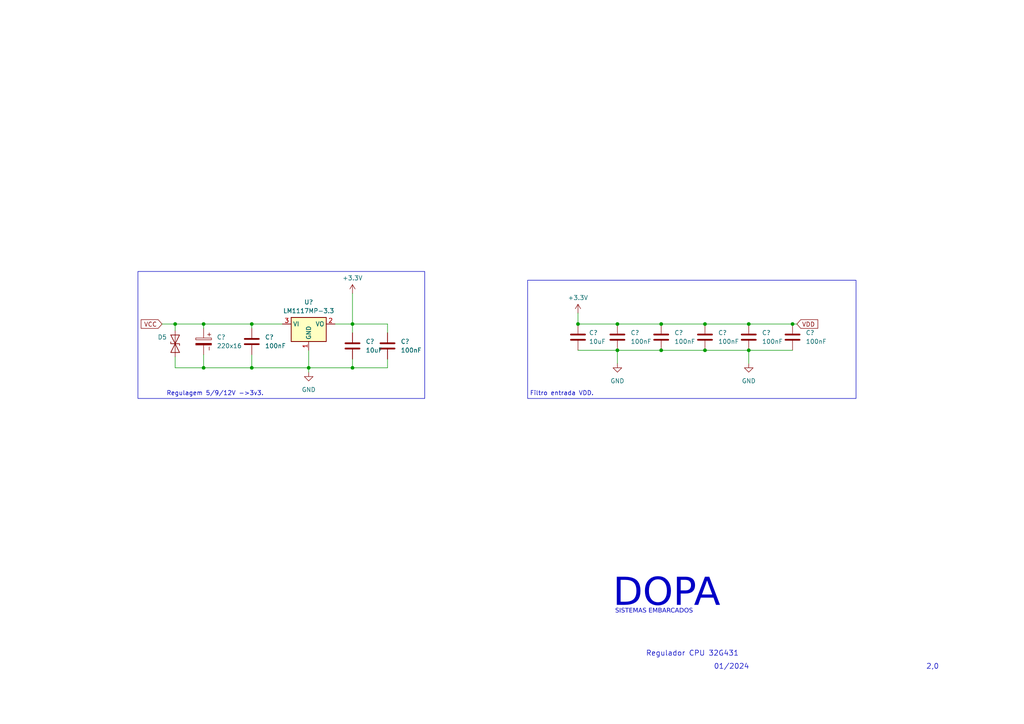
<source format=kicad_sch>
(kicad_sch (version 20230121) (generator eeschema)

  (uuid 1c25a59a-fd23-4c2c-a06c-79f45d9cfda7)

  (paper "A4")

  (lib_symbols
    (symbol "Diode:SMAJ6.5CA" (pin_numbers hide) (pin_names (offset 1.016) hide) (in_bom yes) (on_board yes)
      (property "Reference" "D" (at 0 2.54 0)
        (effects (font (size 1.27 1.27)))
      )
      (property "Value" "SMAJ6.5CA" (at 0 -2.54 0)
        (effects (font (size 1.27 1.27)))
      )
      (property "Footprint" "Diode_SMD:D_SMA" (at 0 -5.08 0)
        (effects (font (size 1.27 1.27)) hide)
      )
      (property "Datasheet" "https://www.littelfuse.com/media?resourcetype=datasheets&itemid=75e32973-b177-4ee3-a0ff-cedaf1abdb93&filename=smaj-datasheet" (at 0 0 0)
        (effects (font (size 1.27 1.27)) hide)
      )
      (property "ki_keywords" "bidirectional diode TVS voltage suppressor" (at 0 0 0)
        (effects (font (size 1.27 1.27)) hide)
      )
      (property "ki_description" "400W bidirectional Transient Voltage Suppressor, 6.5Vr, SMA(DO-214AC)" (at 0 0 0)
        (effects (font (size 1.27 1.27)) hide)
      )
      (property "ki_fp_filters" "D*SMA*" (at 0 0 0)
        (effects (font (size 1.27 1.27)) hide)
      )
      (symbol "SMAJ6.5CA_0_1"
        (polyline
          (pts
            (xy 1.27 0)
            (xy -1.27 0)
          )
          (stroke (width 0) (type default))
          (fill (type none))
        )
        (polyline
          (pts
            (xy -2.54 -1.27)
            (xy 0 0)
            (xy -2.54 1.27)
            (xy -2.54 -1.27)
          )
          (stroke (width 0.2032) (type default))
          (fill (type none))
        )
        (polyline
          (pts
            (xy 0.508 1.27)
            (xy 0 1.27)
            (xy 0 -1.27)
            (xy -0.508 -1.27)
          )
          (stroke (width 0.2032) (type default))
          (fill (type none))
        )
        (polyline
          (pts
            (xy 2.54 1.27)
            (xy 2.54 -1.27)
            (xy 0 0)
            (xy 2.54 1.27)
          )
          (stroke (width 0.2032) (type default))
          (fill (type none))
        )
      )
      (symbol "SMAJ6.5CA_1_1"
        (pin passive line (at -3.81 0 0) (length 2.54)
          (name "A1" (effects (font (size 1.27 1.27))))
          (number "1" (effects (font (size 1.27 1.27))))
        )
        (pin passive line (at 3.81 0 180) (length 2.54)
          (name "A2" (effects (font (size 1.27 1.27))))
          (number "2" (effects (font (size 1.27 1.27))))
        )
      )
    )
    (symbol "PCM_Capacitor_AKL:C_0805" (pin_numbers hide) (pin_names (offset 0.254)) (in_bom yes) (on_board yes)
      (property "Reference" "C" (at 0.635 2.54 0)
        (effects (font (size 1.27 1.27)) (justify left))
      )
      (property "Value" "C_0805" (at 0.635 -2.54 0)
        (effects (font (size 1.27 1.27)) (justify left))
      )
      (property "Footprint" "Capacitor_SMD_AKL:C_0805_2012Metric" (at 0.9652 -3.81 0)
        (effects (font (size 1.27 1.27)) hide)
      )
      (property "Datasheet" "~" (at 0 0 0)
        (effects (font (size 1.27 1.27)) hide)
      )
      (property "ki_keywords" "cap capacitor ceramic chip mlcc smd 0805" (at 0 0 0)
        (effects (font (size 1.27 1.27)) hide)
      )
      (property "ki_description" "SMD 0805 MLCC capacitor, Alternate KiCad Library" (at 0 0 0)
        (effects (font (size 1.27 1.27)) hide)
      )
      (property "ki_fp_filters" "C_*" (at 0 0 0)
        (effects (font (size 1.27 1.27)) hide)
      )
      (symbol "C_0805_0_1"
        (polyline
          (pts
            (xy -2.032 -0.762)
            (xy 2.032 -0.762)
          )
          (stroke (width 0.508) (type default))
          (fill (type none))
        )
        (polyline
          (pts
            (xy -2.032 0.762)
            (xy 2.032 0.762)
          )
          (stroke (width 0.508) (type default))
          (fill (type none))
        )
      )
      (symbol "C_0805_1_1"
        (pin passive line (at 0 3.81 270) (length 2.794)
          (name "~" (effects (font (size 1.27 1.27))))
          (number "1" (effects (font (size 1.27 1.27))))
        )
        (pin passive line (at 0 -3.81 90) (length 2.794)
          (name "~" (effects (font (size 1.27 1.27))))
          (number "2" (effects (font (size 1.27 1.27))))
        )
      )
    )
    (symbol "PCM_SL_Devices:Capacitor_PO" (in_bom yes) (on_board yes)
      (property "Reference" "C" (at 0 7.62 0)
        (effects (font (size 1.27 1.27)))
      )
      (property "Value" "Capacitor_PO" (at 0 5.08 0)
        (effects (font (size 1.27 1.27)))
      )
      (property "Footprint" "Capacitor_THT:CP_Radial_D5.0mm_P2.50mm" (at 0.762 -3.81 0)
        (effects (font (size 1.27 1.27)) hide)
      )
      (property "Datasheet" "" (at 0.508 0 0)
        (effects (font (size 1.27 1.27)) hide)
      )
      (property "ki_keywords" "Capacitor" (at 0 0 0)
        (effects (font (size 1.27 1.27)) hide)
      )
      (property "ki_description" "Polarized Capacitor" (at 0 0 0)
        (effects (font (size 1.27 1.27)) hide)
      )
      (property "ki_fp_filters" "Capacitor_THT:CP_Radial_D5.0mm_* Capacitor_THT:CP_Radial_D4.0mm_* Capacitor_THT:CP_Radial_D6.3mm_* Capacitor_THT:CP_Radial_D7.5mm_* Capacitor_THT:CP_Radial_D8.0mm_* Capacitor_THT:CP_Radial_D10.0mm_* Capacitor_THT:CP_Radial_D14.0mm_* Capacitor_THT:CP_Radial_D16.0mm_* Capacitor_THT:CP_Radial_D18.0mm_*" (at 0 0 0)
        (effects (font (size 1.27 1.27)) hide)
      )
      (symbol "Capacitor_PO_0_0"
        (text "+" (at -2.032 1.524 0)
          (effects (font (size 1.27 1.27)))
        )
        (text "-" (at 2.032 1.524 0)
          (effects (font (size 1.27 1.27)))
        )
      )
      (symbol "Capacitor_PO_0_1"
        (rectangle (start -1.016 -2.286) (end -0.508 2.286)
          (stroke (width 0) (type default))
          (fill (type none))
        )
        (rectangle (start 0.508 -2.286) (end 1.016 2.286)
          (stroke (width 0) (type default))
          (fill (type outline))
        )
      )
      (symbol "Capacitor_PO_1_1"
        (pin passive line (at -3.81 0 0) (length 2.7)
          (name "~" (effects (font (size 0 0))))
          (number "1" (effects (font (size 0 0))))
        )
        (pin input line (at 3.81 0 180) (length 2.7)
          (name "~" (effects (font (size 0 0))))
          (number "2" (effects (font (size 0 0))))
        )
      )
    )
    (symbol "Regulator_Linear:LM1117MP-3.3" (in_bom yes) (on_board yes)
      (property "Reference" "U" (at -3.81 3.175 0)
        (effects (font (size 1.27 1.27)))
      )
      (property "Value" "LM1117MP-3.3" (at 0 3.175 0)
        (effects (font (size 1.27 1.27)) (justify left))
      )
      (property "Footprint" "Package_TO_SOT_SMD:SOT-223-3_TabPin2" (at 0 0 0)
        (effects (font (size 1.27 1.27)) hide)
      )
      (property "Datasheet" "http://www.ti.com/lit/ds/symlink/lm1117.pdf" (at 0 0 0)
        (effects (font (size 1.27 1.27)) hide)
      )
      (property "ki_keywords" "linear regulator ldo fixed positive" (at 0 0 0)
        (effects (font (size 1.27 1.27)) hide)
      )
      (property "ki_description" "800mA Low-Dropout Linear Regulator, 3.3V fixed output, SOT-223" (at 0 0 0)
        (effects (font (size 1.27 1.27)) hide)
      )
      (property "ki_fp_filters" "SOT?223*" (at 0 0 0)
        (effects (font (size 1.27 1.27)) hide)
      )
      (symbol "LM1117MP-3.3_0_1"
        (rectangle (start -5.08 -5.08) (end 5.08 1.905)
          (stroke (width 0.254) (type default))
          (fill (type background))
        )
      )
      (symbol "LM1117MP-3.3_1_1"
        (pin power_in line (at 0 -7.62 90) (length 2.54)
          (name "GND" (effects (font (size 1.27 1.27))))
          (number "1" (effects (font (size 1.27 1.27))))
        )
        (pin power_out line (at 7.62 0 180) (length 2.54)
          (name "VO" (effects (font (size 1.27 1.27))))
          (number "2" (effects (font (size 1.27 1.27))))
        )
        (pin power_in line (at -7.62 0 0) (length 2.54)
          (name "VI" (effects (font (size 1.27 1.27))))
          (number "3" (effects (font (size 1.27 1.27))))
        )
      )
    )
    (symbol "power:+3.3V" (power) (pin_names (offset 0)) (in_bom yes) (on_board yes)
      (property "Reference" "#PWR" (at 0 -3.81 0)
        (effects (font (size 1.27 1.27)) hide)
      )
      (property "Value" "+3.3V" (at 0 3.556 0)
        (effects (font (size 1.27 1.27)))
      )
      (property "Footprint" "" (at 0 0 0)
        (effects (font (size 1.27 1.27)) hide)
      )
      (property "Datasheet" "" (at 0 0 0)
        (effects (font (size 1.27 1.27)) hide)
      )
      (property "ki_keywords" "global power" (at 0 0 0)
        (effects (font (size 1.27 1.27)) hide)
      )
      (property "ki_description" "Power symbol creates a global label with name \"+3.3V\"" (at 0 0 0)
        (effects (font (size 1.27 1.27)) hide)
      )
      (symbol "+3.3V_0_1"
        (polyline
          (pts
            (xy -0.762 1.27)
            (xy 0 2.54)
          )
          (stroke (width 0) (type default))
          (fill (type none))
        )
        (polyline
          (pts
            (xy 0 0)
            (xy 0 2.54)
          )
          (stroke (width 0) (type default))
          (fill (type none))
        )
        (polyline
          (pts
            (xy 0 2.54)
            (xy 0.762 1.27)
          )
          (stroke (width 0) (type default))
          (fill (type none))
        )
      )
      (symbol "+3.3V_1_1"
        (pin power_in line (at 0 0 90) (length 0) hide
          (name "+3.3V" (effects (font (size 1.27 1.27))))
          (number "1" (effects (font (size 1.27 1.27))))
        )
      )
    )
    (symbol "power:GND" (power) (pin_names (offset 0)) (in_bom yes) (on_board yes)
      (property "Reference" "#PWR" (at 0 -6.35 0)
        (effects (font (size 1.27 1.27)) hide)
      )
      (property "Value" "GND" (at 0 -3.81 0)
        (effects (font (size 1.27 1.27)))
      )
      (property "Footprint" "" (at 0 0 0)
        (effects (font (size 1.27 1.27)) hide)
      )
      (property "Datasheet" "" (at 0 0 0)
        (effects (font (size 1.27 1.27)) hide)
      )
      (property "ki_keywords" "global power" (at 0 0 0)
        (effects (font (size 1.27 1.27)) hide)
      )
      (property "ki_description" "Power symbol creates a global label with name \"GND\" , ground" (at 0 0 0)
        (effects (font (size 1.27 1.27)) hide)
      )
      (symbol "GND_0_1"
        (polyline
          (pts
            (xy 0 0)
            (xy 0 -1.27)
            (xy 1.27 -1.27)
            (xy 0 -2.54)
            (xy -1.27 -1.27)
            (xy 0 -1.27)
          )
          (stroke (width 0) (type default))
          (fill (type none))
        )
      )
      (symbol "GND_1_1"
        (pin power_in line (at 0 0 270) (length 0) hide
          (name "GND" (effects (font (size 1.27 1.27))))
          (number "1" (effects (font (size 1.27 1.27))))
        )
      )
    )
  )

  (junction (at 204.47 93.98) (diameter 0) (color 0 0 0 0)
    (uuid 1793bc91-88b1-4ef3-ac77-e9af8a0e4cac)
  )
  (junction (at 179.07 93.98) (diameter 0) (color 0 0 0 0)
    (uuid 1c6b334c-448d-44fa-9a07-c0a077c51635)
  )
  (junction (at 204.47 101.6) (diameter 0) (color 0 0 0 0)
    (uuid 4ddfc3bf-3592-4392-826f-a61ef556de98)
  )
  (junction (at 229.87 93.98) (diameter 0) (color 0 0 0 0)
    (uuid 4e388ead-7a2d-44b4-b0e7-7f1923059563)
  )
  (junction (at 191.77 101.6) (diameter 0) (color 0 0 0 0)
    (uuid 5470cbe6-d0fd-4d36-b59c-8e0ecbe38c5d)
  )
  (junction (at 179.07 101.6) (diameter 0) (color 0 0 0 0)
    (uuid 57f8ed3a-59a8-4161-8508-ccefbf7b69b6)
  )
  (junction (at 167.64 93.98) (diameter 0) (color 0 0 0 0)
    (uuid 58d3461d-c5ab-41cb-bc0f-5ca05dff7eb0)
  )
  (junction (at 59.055 106.68) (diameter 0) (color 0 0 0 0)
    (uuid 5c871f8c-7cf6-4db5-a519-c79b68dc0646)
  )
  (junction (at 217.17 93.98) (diameter 0) (color 0 0 0 0)
    (uuid 6558be0d-ffe0-457c-ac8a-34c2adb7f206)
  )
  (junction (at 73.025 106.68) (diameter 0) (color 0 0 0 0)
    (uuid 74eacd2e-b755-4bf5-ad52-03a1d8093f95)
  )
  (junction (at 50.8 93.98) (diameter 0) (color 0 0 0 0)
    (uuid 7565ba1d-0e84-4de0-8bb1-e7c017a670b7)
  )
  (junction (at 217.17 101.6) (diameter 0) (color 0 0 0 0)
    (uuid 971cc7ee-4923-4dd6-b048-f92a8617393c)
  )
  (junction (at 89.535 106.68) (diameter 0) (color 0 0 0 0)
    (uuid a96abc6e-8150-4b4e-a6ff-bf3468d0ca04)
  )
  (junction (at 102.235 106.68) (diameter 0) (color 0 0 0 0)
    (uuid af8e8938-2a07-4722-ad63-a8277ba86744)
  )
  (junction (at 59.055 93.98) (diameter 0) (color 0 0 0 0)
    (uuid c1606110-3db3-4f54-ba63-effe2cb22612)
  )
  (junction (at 191.77 93.98) (diameter 0) (color 0 0 0 0)
    (uuid c41b2ed5-5049-405e-92c8-882f42da989c)
  )
  (junction (at 102.235 93.98) (diameter 0) (color 0 0 0 0)
    (uuid d0b5cafc-5aaa-45c3-be97-5943fa2d7c94)
  )
  (junction (at 73.025 93.98) (diameter 0) (color 0 0 0 0)
    (uuid f7c1adc5-21e4-4805-8e3e-453311f82b42)
  )

  (wire (pts (xy 231.14 93.98) (xy 229.87 93.98))
    (stroke (width 0) (type default))
    (uuid 01fb1834-b6f1-4167-a729-470a5279f4dd)
  )
  (wire (pts (xy 73.025 102.87) (xy 73.025 106.68))
    (stroke (width 0) (type default))
    (uuid 06072289-afda-4f2f-b770-fd448d789c29)
  )
  (wire (pts (xy 59.055 93.98) (xy 73.025 93.98))
    (stroke (width 0) (type default))
    (uuid 0935dd13-872d-4cb9-a434-b28c7a6a34f5)
  )
  (wire (pts (xy 73.025 95.25) (xy 73.025 93.98))
    (stroke (width 0) (type default))
    (uuid 0a25a932-e1b5-4b34-81ae-a467713fef1c)
  )
  (wire (pts (xy 179.07 101.6) (xy 179.07 105.41))
    (stroke (width 0) (type default))
    (uuid 0c980938-3973-40e7-9f25-e2ba2040aff6)
  )
  (wire (pts (xy 102.235 93.98) (xy 97.155 93.98))
    (stroke (width 0) (type default))
    (uuid 1768215b-68c3-4998-9ccd-0d9a1edf975b)
  )
  (wire (pts (xy 59.055 106.68) (xy 73.025 106.68))
    (stroke (width 0) (type default))
    (uuid 2ac74267-c1ab-47be-a13f-ffd7508d8145)
  )
  (wire (pts (xy 102.235 85.09) (xy 102.235 93.98))
    (stroke (width 0) (type default))
    (uuid 2e9eb5c8-b8f7-4a1c-a162-399289f3a42c)
  )
  (wire (pts (xy 73.025 106.68) (xy 89.535 106.68))
    (stroke (width 0) (type default))
    (uuid 32996600-f02b-45e6-9462-3f894ce2ed51)
  )
  (wire (pts (xy 89.535 106.68) (xy 102.235 106.68))
    (stroke (width 0) (type default))
    (uuid 380a4957-a0a3-4b70-bb87-bf2480c759c5)
  )
  (wire (pts (xy 89.535 106.68) (xy 89.535 107.95))
    (stroke (width 0) (type default))
    (uuid 38be289f-e02c-4927-9d85-8ddbb144fdd9)
  )
  (wire (pts (xy 167.64 93.98) (xy 179.07 93.98))
    (stroke (width 0) (type default))
    (uuid 40b227b1-2d8d-46c7-84d0-f1f2140008fe)
  )
  (wire (pts (xy 102.235 93.98) (xy 102.235 96.52))
    (stroke (width 0) (type default))
    (uuid 4188fbcb-d9a5-483f-930b-2c87ba76c48a)
  )
  (wire (pts (xy 73.025 93.98) (xy 81.915 93.98))
    (stroke (width 0) (type default))
    (uuid 51cd5d2d-35ef-4735-b1b7-7a1986b82c13)
  )
  (wire (pts (xy 217.17 93.98) (xy 229.87 93.98))
    (stroke (width 0) (type default))
    (uuid 571a1655-2030-4571-88de-f64d8e298e62)
  )
  (wire (pts (xy 179.07 93.98) (xy 191.77 93.98))
    (stroke (width 0) (type default))
    (uuid 5be4d1af-c6a1-4f44-858a-1a3cdb20a08d)
  )
  (wire (pts (xy 167.64 101.6) (xy 179.07 101.6))
    (stroke (width 0) (type default))
    (uuid 5f7356a8-a915-4ee8-8807-ac602100afe7)
  )
  (wire (pts (xy 217.17 101.6) (xy 229.87 101.6))
    (stroke (width 0) (type default))
    (uuid 6f8f067d-e83d-4f3d-a02c-51f8686c2e54)
  )
  (wire (pts (xy 102.235 106.68) (xy 112.395 106.68))
    (stroke (width 0) (type default))
    (uuid 78168834-1cfb-44d3-87ee-2614288e7450)
  )
  (wire (pts (xy 50.8 103.505) (xy 50.8 106.68))
    (stroke (width 0) (type default))
    (uuid 9e5b3c17-aaf0-4471-8bbe-a47e95256bb6)
  )
  (wire (pts (xy 46.99 93.98) (xy 50.8 93.98))
    (stroke (width 0) (type default))
    (uuid a83ddea0-5481-4e47-b9a9-e2247091b5fc)
  )
  (wire (pts (xy 191.77 93.98) (xy 204.47 93.98))
    (stroke (width 0) (type default))
    (uuid b20ed20e-125c-43c4-9647-efb97aedf327)
  )
  (wire (pts (xy 59.055 95.25) (xy 59.055 93.98))
    (stroke (width 0) (type default))
    (uuid b8d00837-f518-461b-8a37-b26fdebab792)
  )
  (wire (pts (xy 102.235 104.14) (xy 102.235 106.68))
    (stroke (width 0) (type default))
    (uuid bb5d90f7-ffab-46fb-bfb4-373b4540b701)
  )
  (wire (pts (xy 102.235 93.98) (xy 112.395 93.98))
    (stroke (width 0) (type default))
    (uuid be0e7e3e-8505-4cb2-806a-11179680a1aa)
  )
  (wire (pts (xy 179.07 101.6) (xy 191.77 101.6))
    (stroke (width 0) (type default))
    (uuid bf6d6568-3b30-4559-bee4-2958033d121f)
  )
  (wire (pts (xy 204.47 93.98) (xy 217.17 93.98))
    (stroke (width 0) (type default))
    (uuid c14660ff-07a6-4980-90e8-85baaa597bf2)
  )
  (wire (pts (xy 50.8 93.98) (xy 59.055 93.98))
    (stroke (width 0) (type default))
    (uuid c329aa69-125c-47a5-aaaa-50d52d67060a)
  )
  (wire (pts (xy 112.395 93.98) (xy 112.395 96.52))
    (stroke (width 0) (type default))
    (uuid c434b9c0-3970-428f-a51d-91f578a84e81)
  )
  (wire (pts (xy 89.535 101.6) (xy 89.535 106.68))
    (stroke (width 0) (type default))
    (uuid c7381b46-2f79-49e5-b903-b6bbf958bfd2)
  )
  (wire (pts (xy 191.77 101.6) (xy 204.47 101.6))
    (stroke (width 0) (type default))
    (uuid c782f84b-5c5b-486b-bbb2-742784c561d3)
  )
  (wire (pts (xy 50.8 93.98) (xy 50.8 95.885))
    (stroke (width 0) (type default))
    (uuid c830f45e-ab9e-4854-9a5d-b451ae664bf4)
  )
  (wire (pts (xy 167.64 90.805) (xy 167.64 93.98))
    (stroke (width 0) (type default))
    (uuid c9d8ac8a-b8d4-4307-978f-9dac2f17b766)
  )
  (wire (pts (xy 112.395 104.14) (xy 112.395 106.68))
    (stroke (width 0) (type default))
    (uuid cb8e4fc6-6881-48eb-ab9e-53441119ce8b)
  )
  (wire (pts (xy 59.055 102.87) (xy 59.055 106.68))
    (stroke (width 0) (type default))
    (uuid cd52f55c-ea5d-44bc-b3d7-0366f808f6b4)
  )
  (wire (pts (xy 50.8 106.68) (xy 59.055 106.68))
    (stroke (width 0) (type default))
    (uuid cdc13bdb-149c-409c-8621-358a6417b438)
  )
  (wire (pts (xy 217.17 101.6) (xy 217.17 105.41))
    (stroke (width 0) (type default))
    (uuid dab728b4-100e-42d8-98f7-ef4b537f3d53)
  )
  (wire (pts (xy 204.47 101.6) (xy 217.17 101.6))
    (stroke (width 0) (type default))
    (uuid f16e6d76-a57b-4147-9816-7feb90b2bd51)
  )

  (rectangle (start 40.005 78.74) (end 123.19 115.57)
    (stroke (width 0) (type default))
    (fill (type none))
    (uuid 39d7cb71-7be2-4084-815c-c1e084bf4669)
  )
  (rectangle (start 153.035 81.28) (end 248.285 115.57)
    (stroke (width 0) (type default))
    (fill (type none))
    (uuid 56d85b93-8439-46f3-aff0-ef29677c5951)
  )

  (text "Regulagem 5/9/12V ->3v3." (at 48.26 114.935 0)
    (effects (font (size 1.27 1.27)) (justify left bottom))
    (uuid 002c987a-7e96-4926-8521-cb2ef1633549)
  )
  (text "01/2024" (at 207.01 194.31 0)
    (effects (font (size 1.5 1.5)) (justify left bottom))
    (uuid 60bf6b52-0278-49e8-9139-e8403ffd7ff2)
  )
  (text "Regulador CPU 32G431" (at 187.325 190.5 0)
    (effects (font (size 1.5 1.5)) (justify left bottom))
    (uuid 6b9e3dca-342a-4bc2-8dcc-d196cd5e4dd1)
  )
  (text "2,0" (at 268.605 194.31 0)
    (effects (font (size 1.5 1.5)) (justify left bottom))
    (uuid 7ff4da48-4e0f-4f2e-91e5-775cf77b40c0)
  )
  (text "DOPA" (at 177.8 179.07 0)
    (effects (font (face "Sitka") (size 8 8)) (justify left bottom))
    (uuid 8f410125-a8cb-4345-ae1b-38a3c5670ae5)
  )
  (text "Filtro entrada VDD." (at 153.67 114.935 0)
    (effects (font (size 1.27 1.27)) (justify left bottom))
    (uuid cacbb0d7-6329-4101-8e14-c49b193a53c4)
  )
  (text "SISTEMAS EMBARCADOS" (at 178.435 178.435 0)
    (effects (font (face "Sitka") (size 1.3 1.3)) (justify left bottom))
    (uuid d5c91b05-bfb5-435a-9cec-0e198125ad90)
  )

  (global_label "VCC" (shape input) (at 46.99 93.98 180) (fields_autoplaced)
    (effects (font (size 1.27 1.27)) (justify right))
    (uuid 521c21f7-8eed-465b-be5e-ef7abc58e32a)
    (property "Intersheetrefs" "${INTERSHEET_REFS}" (at 40.3762 93.98 0)
      (effects (font (size 1.27 1.27)) (justify right) hide)
    )
  )
  (global_label "VDD" (shape input) (at 231.14 93.98 0) (fields_autoplaced)
    (effects (font (size 1.27 1.27)) (justify left))
    (uuid cf296f36-088b-4723-8022-5da577bc73dd)
    (property "Intersheetrefs" "${INTERSHEET_REFS}" (at 237.7538 93.98 0)
      (effects (font (size 1.27 1.27)) (justify left) hide)
    )
  )

  (symbol (lib_id "PCM_Capacitor_AKL:C_0805") (at 112.395 100.33 180) (unit 1)
    (in_bom yes) (on_board yes) (dnp no) (fields_autoplaced)
    (uuid 22ee7dbb-e7f3-41db-85e2-c835198a6c8d)
    (property "Reference" "C?" (at 116.205 99.06 0)
      (effects (font (size 1.27 1.27)) (justify right))
    )
    (property "Value" "100nF" (at 116.205 101.6 0)
      (effects (font (size 1.27 1.27)) (justify right))
    )
    (property "Footprint" "Capacitor_SMD:C_0805_2012Metric_Pad1.18x1.45mm_HandSolder" (at 111.4298 96.52 0)
      (effects (font (size 1.27 1.27)) hide)
    )
    (property "Datasheet" "~" (at 112.395 100.33 0)
      (effects (font (size 1.27 1.27)) hide)
    )
    (pin "1" (uuid b65735c3-faa8-4c4a-8881-facea86290d8))
    (pin "2" (uuid afe8e6a8-d32a-4a2a-ae72-2d8b4d71f369))
    (instances
      (project "CPU Stm32"
        (path "/0882ad57-6d26-4cfc-9dea-dd977232d729"
          (reference "C?") (unit 1)
        )
        (path "/0882ad57-6d26-4cfc-9dea-dd977232d729/3c7c638d-6e79-4a01-8651-6cf753228f77"
          (reference "C?") (unit 1)
        )
      )
      (project "Reg"
        (path "/1c25a59a-fd23-4c2c-a06c-79f45d9cfda7"
          (reference "C?") (unit 1)
        )
      )
      (project "CPU Stm32G431"
        (path "/4e4d72d5-dbdc-4a76-9ce2-f5a97f8267d2/3c7c638d-6e79-4a01-8651-6cf753228f77"
          (reference "C8") (unit 1)
        )
      )
    )
  )

  (symbol (lib_id "PCM_Capacitor_AKL:C_0805") (at 167.64 97.79 180) (unit 1)
    (in_bom yes) (on_board yes) (dnp no) (fields_autoplaced)
    (uuid 351eb049-5ceb-4f8a-8d7b-7d55bbb35c3d)
    (property "Reference" "C?" (at 170.815 96.52 0)
      (effects (font (size 1.27 1.27)) (justify right))
    )
    (property "Value" "10uF" (at 170.815 99.06 0)
      (effects (font (size 1.27 1.27)) (justify right))
    )
    (property "Footprint" "Capacitor_SMD:C_0805_2012Metric_Pad1.18x1.45mm_HandSolder" (at 166.6748 93.98 0)
      (effects (font (size 1.27 1.27)) hide)
    )
    (property "Datasheet" "~" (at 167.64 97.79 0)
      (effects (font (size 1.27 1.27)) hide)
    )
    (pin "1" (uuid d10c2b22-a06d-4fb0-8d9c-1f7bd33cc9a6))
    (pin "2" (uuid 0d39cecb-5869-4fbc-8795-11e88b47f3b1))
    (instances
      (project "CPU Stm32"
        (path "/0882ad57-6d26-4cfc-9dea-dd977232d729"
          (reference "C?") (unit 1)
        )
        (path "/0882ad57-6d26-4cfc-9dea-dd977232d729/3c7c638d-6e79-4a01-8651-6cf753228f77"
          (reference "C?") (unit 1)
        )
      )
      (project "Reg"
        (path "/1c25a59a-fd23-4c2c-a06c-79f45d9cfda7"
          (reference "C?") (unit 1)
        )
      )
      (project "CPU Stm32G431"
        (path "/4e4d72d5-dbdc-4a76-9ce2-f5a97f8267d2/3c7c638d-6e79-4a01-8651-6cf753228f77"
          (reference "C9") (unit 1)
        )
      )
    )
  )

  (symbol (lib_id "PCM_Capacitor_AKL:C_0805") (at 229.87 97.79 180) (unit 1)
    (in_bom yes) (on_board yes) (dnp no) (fields_autoplaced)
    (uuid 3da46247-6b7e-468b-b28f-c2a0f4321df5)
    (property "Reference" "C?" (at 233.68 96.52 0)
      (effects (font (size 1.27 1.27)) (justify right))
    )
    (property "Value" "100nF" (at 233.68 99.06 0)
      (effects (font (size 1.27 1.27)) (justify right))
    )
    (property "Footprint" "Capacitor_SMD:C_0805_2012Metric_Pad1.18x1.45mm_HandSolder" (at 228.9048 93.98 0)
      (effects (font (size 1.27 1.27)) hide)
    )
    (property "Datasheet" "~" (at 229.87 97.79 0)
      (effects (font (size 1.27 1.27)) hide)
    )
    (pin "1" (uuid cc12cd1e-74c0-47bf-a113-a420d32f4797))
    (pin "2" (uuid 89bf4186-dea7-4c4f-892c-ccae62a9409a))
    (instances
      (project "CPU Stm32"
        (path "/0882ad57-6d26-4cfc-9dea-dd977232d729"
          (reference "C?") (unit 1)
        )
        (path "/0882ad57-6d26-4cfc-9dea-dd977232d729/3c7c638d-6e79-4a01-8651-6cf753228f77"
          (reference "C?") (unit 1)
        )
      )
      (project "Reg"
        (path "/1c25a59a-fd23-4c2c-a06c-79f45d9cfda7"
          (reference "C?") (unit 1)
        )
      )
      (project "CPU Stm32G431"
        (path "/4e4d72d5-dbdc-4a76-9ce2-f5a97f8267d2/3c7c638d-6e79-4a01-8651-6cf753228f77"
          (reference "C14") (unit 1)
        )
      )
    )
  )

  (symbol (lib_id "PCM_Capacitor_AKL:C_0805") (at 217.17 97.79 180) (unit 1)
    (in_bom yes) (on_board yes) (dnp no) (fields_autoplaced)
    (uuid 3eb01ad7-134a-44e0-9b84-d9c012c3c631)
    (property "Reference" "C?" (at 220.98 96.52 0)
      (effects (font (size 1.27 1.27)) (justify right))
    )
    (property "Value" "100nF" (at 220.98 99.06 0)
      (effects (font (size 1.27 1.27)) (justify right))
    )
    (property "Footprint" "Capacitor_SMD:C_0805_2012Metric_Pad1.18x1.45mm_HandSolder" (at 216.2048 93.98 0)
      (effects (font (size 1.27 1.27)) hide)
    )
    (property "Datasheet" "~" (at 217.17 97.79 0)
      (effects (font (size 1.27 1.27)) hide)
    )
    (pin "1" (uuid 26a6cd23-89a5-4b9d-bcbd-c969f89b7c68))
    (pin "2" (uuid 41bbb20e-5d3d-4737-805b-71bfaa9d0e00))
    (instances
      (project "CPU Stm32"
        (path "/0882ad57-6d26-4cfc-9dea-dd977232d729"
          (reference "C?") (unit 1)
        )
        (path "/0882ad57-6d26-4cfc-9dea-dd977232d729/3c7c638d-6e79-4a01-8651-6cf753228f77"
          (reference "C?") (unit 1)
        )
      )
      (project "Reg"
        (path "/1c25a59a-fd23-4c2c-a06c-79f45d9cfda7"
          (reference "C?") (unit 1)
        )
      )
      (project "CPU Stm32G431"
        (path "/4e4d72d5-dbdc-4a76-9ce2-f5a97f8267d2/3c7c638d-6e79-4a01-8651-6cf753228f77"
          (reference "C13") (unit 1)
        )
      )
    )
  )

  (symbol (lib_id "PCM_Capacitor_AKL:C_0805") (at 102.235 100.33 180) (unit 1)
    (in_bom yes) (on_board yes) (dnp no) (fields_autoplaced)
    (uuid 3f2824b3-47ce-4323-9482-1040a12fcfc2)
    (property "Reference" "C?" (at 106.045 99.06 0)
      (effects (font (size 1.27 1.27)) (justify right))
    )
    (property "Value" "10uF" (at 106.045 101.6 0)
      (effects (font (size 1.27 1.27)) (justify right))
    )
    (property "Footprint" "Capacitor_SMD:C_0805_2012Metric_Pad1.18x1.45mm_HandSolder" (at 101.2698 96.52 0)
      (effects (font (size 1.27 1.27)) hide)
    )
    (property "Datasheet" "~" (at 102.235 100.33 0)
      (effects (font (size 1.27 1.27)) hide)
    )
    (pin "1" (uuid 02aa9e8c-2fa7-4625-926a-f596632a625a))
    (pin "2" (uuid cdf2c92e-c6c5-4d19-9ac2-328b01cf143b))
    (instances
      (project "CPU Stm32"
        (path "/0882ad57-6d26-4cfc-9dea-dd977232d729"
          (reference "C?") (unit 1)
        )
        (path "/0882ad57-6d26-4cfc-9dea-dd977232d729/3c7c638d-6e79-4a01-8651-6cf753228f77"
          (reference "C?") (unit 1)
        )
      )
      (project "Reg"
        (path "/1c25a59a-fd23-4c2c-a06c-79f45d9cfda7"
          (reference "C?") (unit 1)
        )
      )
      (project "CPU Stm32G431"
        (path "/4e4d72d5-dbdc-4a76-9ce2-f5a97f8267d2/3c7c638d-6e79-4a01-8651-6cf753228f77"
          (reference "C7") (unit 1)
        )
      )
    )
  )

  (symbol (lib_id "power:GND") (at 179.07 105.41 0) (unit 1)
    (in_bom yes) (on_board yes) (dnp no) (fields_autoplaced)
    (uuid 41fc8d24-9b32-4ca2-8529-4d06b913dadf)
    (property "Reference" "#PWR?" (at 179.07 111.76 0)
      (effects (font (size 1.27 1.27)) hide)
    )
    (property "Value" "GND" (at 179.07 110.49 0)
      (effects (font (size 1.27 1.27)))
    )
    (property "Footprint" "" (at 179.07 105.41 0)
      (effects (font (size 1.27 1.27)) hide)
    )
    (property "Datasheet" "" (at 179.07 105.41 0)
      (effects (font (size 1.27 1.27)) hide)
    )
    (pin "1" (uuid 1f638da1-1fbb-4eae-9a2e-c85e4358230e))
    (instances
      (project "CPU Stm32"
        (path "/0882ad57-6d26-4cfc-9dea-dd977232d729"
          (reference "#PWR?") (unit 1)
        )
        (path "/0882ad57-6d26-4cfc-9dea-dd977232d729/3c7c638d-6e79-4a01-8651-6cf753228f77"
          (reference "#PWR?") (unit 1)
        )
      )
      (project "Reg"
        (path "/1c25a59a-fd23-4c2c-a06c-79f45d9cfda7"
          (reference "#PWR?") (unit 1)
        )
      )
      (project "CPU Stm32G431"
        (path "/4e4d72d5-dbdc-4a76-9ce2-f5a97f8267d2/3c7c638d-6e79-4a01-8651-6cf753228f77"
          (reference "#PWR09") (unit 1)
        )
      )
    )
  )

  (symbol (lib_id "PCM_Capacitor_AKL:C_0805") (at 191.77 97.79 180) (unit 1)
    (in_bom yes) (on_board yes) (dnp no) (fields_autoplaced)
    (uuid 546ef988-8a53-4072-b714-0ae3d5017044)
    (property "Reference" "C?" (at 195.58 96.52 0)
      (effects (font (size 1.27 1.27)) (justify right))
    )
    (property "Value" "100nF" (at 195.58 99.06 0)
      (effects (font (size 1.27 1.27)) (justify right))
    )
    (property "Footprint" "Capacitor_SMD:C_0805_2012Metric_Pad1.18x1.45mm_HandSolder" (at 190.8048 93.98 0)
      (effects (font (size 1.27 1.27)) hide)
    )
    (property "Datasheet" "~" (at 191.77 97.79 0)
      (effects (font (size 1.27 1.27)) hide)
    )
    (pin "1" (uuid 859421b0-a8fc-4345-b76f-315091d6391b))
    (pin "2" (uuid 3ec0b0ea-205d-4cb6-9b15-b37ab836e81a))
    (instances
      (project "CPU Stm32"
        (path "/0882ad57-6d26-4cfc-9dea-dd977232d729"
          (reference "C?") (unit 1)
        )
        (path "/0882ad57-6d26-4cfc-9dea-dd977232d729/3c7c638d-6e79-4a01-8651-6cf753228f77"
          (reference "C?") (unit 1)
        )
      )
      (project "Reg"
        (path "/1c25a59a-fd23-4c2c-a06c-79f45d9cfda7"
          (reference "C?") (unit 1)
        )
      )
      (project "CPU Stm32G431"
        (path "/4e4d72d5-dbdc-4a76-9ce2-f5a97f8267d2/3c7c638d-6e79-4a01-8651-6cf753228f77"
          (reference "C11") (unit 1)
        )
      )
    )
  )

  (symbol (lib_id "Diode:SMAJ6.5CA") (at 50.8 99.695 90) (unit 1)
    (in_bom yes) (on_board yes) (dnp no)
    (uuid 5740cda3-4fae-4213-a0d5-806a23208325)
    (property "Reference" "D5" (at 45.72 97.79 90)
      (effects (font (size 1.27 1.27)) (justify right))
    )
    (property "Value" "SMAJ6.5CA" (at 40.005 104.775 90)
      (effects (font (size 1.27 1.27)) (justify right) hide)
    )
    (property "Footprint" "Diode_SMD:D_SMA" (at 55.88 99.695 0)
      (effects (font (size 1.27 1.27)) hide)
    )
    (property "Datasheet" "https://www.littelfuse.com/media?resourcetype=datasheets&itemid=75e32973-b177-4ee3-a0ff-cedaf1abdb93&filename=smaj-datasheet" (at 50.8 99.695 0)
      (effects (font (size 1.27 1.27)) hide)
    )
    (pin "2" (uuid a7acafb2-8081-4861-bb69-1119ea4a593d))
    (pin "1" (uuid e38215ec-3969-4ecc-8b4f-c04465467d4d))
    (instances
      (project "Reg"
        (path "/1c25a59a-fd23-4c2c-a06c-79f45d9cfda7"
          (reference "D5") (unit 1)
        )
      )
      (project "CPU Stm32G431"
        (path "/4e4d72d5-dbdc-4a76-9ce2-f5a97f8267d2/3c7c638d-6e79-4a01-8651-6cf753228f77"
          (reference "D5") (unit 1)
        )
      )
    )
  )

  (symbol (lib_id "power:+3.3V") (at 102.235 85.09 0) (unit 1)
    (in_bom yes) (on_board yes) (dnp no) (fields_autoplaced)
    (uuid 65c5f789-1552-4ff6-9906-eedf28559f5b)
    (property "Reference" "#PWR?" (at 102.235 88.9 0)
      (effects (font (size 1.27 1.27)) hide)
    )
    (property "Value" "+3.3V" (at 102.235 80.645 0)
      (effects (font (size 1.27 1.27)))
    )
    (property "Footprint" "" (at 102.235 85.09 0)
      (effects (font (size 1.27 1.27)) hide)
    )
    (property "Datasheet" "" (at 102.235 85.09 0)
      (effects (font (size 1.27 1.27)) hide)
    )
    (pin "1" (uuid f84fcbc6-26fb-4040-b1dd-883d364e6ce7))
    (instances
      (project "CPU Stm32"
        (path "/0882ad57-6d26-4cfc-9dea-dd977232d729"
          (reference "#PWR?") (unit 1)
        )
        (path "/0882ad57-6d26-4cfc-9dea-dd977232d729/3c7c638d-6e79-4a01-8651-6cf753228f77"
          (reference "#PWR?") (unit 1)
        )
      )
      (project "Reg"
        (path "/1c25a59a-fd23-4c2c-a06c-79f45d9cfda7"
          (reference "#PWR?") (unit 1)
        )
      )
      (project "CPU Stm32G431"
        (path "/4e4d72d5-dbdc-4a76-9ce2-f5a97f8267d2/3c7c638d-6e79-4a01-8651-6cf753228f77"
          (reference "#PWR07") (unit 1)
        )
      )
    )
  )

  (symbol (lib_id "power:GND") (at 89.535 107.95 0) (unit 1)
    (in_bom yes) (on_board yes) (dnp no) (fields_autoplaced)
    (uuid 6f62b309-be48-4191-9620-f05cb50d671e)
    (property "Reference" "#PWR?" (at 89.535 114.3 0)
      (effects (font (size 1.27 1.27)) hide)
    )
    (property "Value" "GND" (at 89.535 113.03 0)
      (effects (font (size 1.27 1.27)))
    )
    (property "Footprint" "" (at 89.535 107.95 0)
      (effects (font (size 1.27 1.27)) hide)
    )
    (property "Datasheet" "" (at 89.535 107.95 0)
      (effects (font (size 1.27 1.27)) hide)
    )
    (pin "1" (uuid 66a7a127-1dae-4ce6-a19b-7ce8019194e9))
    (instances
      (project "CPU Stm32"
        (path "/0882ad57-6d26-4cfc-9dea-dd977232d729"
          (reference "#PWR?") (unit 1)
        )
        (path "/0882ad57-6d26-4cfc-9dea-dd977232d729/3c7c638d-6e79-4a01-8651-6cf753228f77"
          (reference "#PWR?") (unit 1)
        )
      )
      (project "Reg"
        (path "/1c25a59a-fd23-4c2c-a06c-79f45d9cfda7"
          (reference "#PWR?") (unit 1)
        )
      )
      (project "CPU Stm32G431"
        (path "/4e4d72d5-dbdc-4a76-9ce2-f5a97f8267d2/3c7c638d-6e79-4a01-8651-6cf753228f77"
          (reference "#PWR06") (unit 1)
        )
      )
    )
  )

  (symbol (lib_id "PCM_Capacitor_AKL:C_0805") (at 73.025 99.06 180) (unit 1)
    (in_bom yes) (on_board yes) (dnp no) (fields_autoplaced)
    (uuid b49de0ea-27fa-470a-a5b8-f21e82541d4d)
    (property "Reference" "C?" (at 76.835 97.79 0)
      (effects (font (size 1.27 1.27)) (justify right))
    )
    (property "Value" "100nF" (at 76.835 100.33 0)
      (effects (font (size 1.27 1.27)) (justify right))
    )
    (property "Footprint" "Capacitor_SMD:C_0805_2012Metric_Pad1.18x1.45mm_HandSolder" (at 72.0598 95.25 0)
      (effects (font (size 1.27 1.27)) hide)
    )
    (property "Datasheet" "~" (at 73.025 99.06 0)
      (effects (font (size 1.27 1.27)) hide)
    )
    (pin "1" (uuid 42f84545-54ed-43db-a09a-ba6129fceafb))
    (pin "2" (uuid 9454d6f1-c72f-45d4-9bd4-c8ec5e8a0d91))
    (instances
      (project "CPU Stm32"
        (path "/0882ad57-6d26-4cfc-9dea-dd977232d729"
          (reference "C?") (unit 1)
        )
        (path "/0882ad57-6d26-4cfc-9dea-dd977232d729/3c7c638d-6e79-4a01-8651-6cf753228f77"
          (reference "C?") (unit 1)
        )
      )
      (project "Reg"
        (path "/1c25a59a-fd23-4c2c-a06c-79f45d9cfda7"
          (reference "C?") (unit 1)
        )
      )
      (project "CPU Stm32G431"
        (path "/4e4d72d5-dbdc-4a76-9ce2-f5a97f8267d2/3c7c638d-6e79-4a01-8651-6cf753228f77"
          (reference "C6") (unit 1)
        )
      )
    )
  )

  (symbol (lib_id "PCM_Capacitor_AKL:C_0805") (at 179.07 97.79 180) (unit 1)
    (in_bom yes) (on_board yes) (dnp no) (fields_autoplaced)
    (uuid c109d827-557a-418c-b7bc-3f2fbc0aea35)
    (property "Reference" "C?" (at 182.88 96.52 0)
      (effects (font (size 1.27 1.27)) (justify right))
    )
    (property "Value" "100nF" (at 182.88 99.06 0)
      (effects (font (size 1.27 1.27)) (justify right))
    )
    (property "Footprint" "Capacitor_SMD:C_0805_2012Metric_Pad1.18x1.45mm_HandSolder" (at 178.1048 93.98 0)
      (effects (font (size 1.27 1.27)) hide)
    )
    (property "Datasheet" "~" (at 179.07 97.79 0)
      (effects (font (size 1.27 1.27)) hide)
    )
    (pin "1" (uuid bfc9083b-f152-4939-8c2c-6cb9bda08785))
    (pin "2" (uuid 3fbe3836-8681-4701-be90-c671b4182b70))
    (instances
      (project "CPU Stm32"
        (path "/0882ad57-6d26-4cfc-9dea-dd977232d729"
          (reference "C?") (unit 1)
        )
        (path "/0882ad57-6d26-4cfc-9dea-dd977232d729/3c7c638d-6e79-4a01-8651-6cf753228f77"
          (reference "C?") (unit 1)
        )
      )
      (project "Reg"
        (path "/1c25a59a-fd23-4c2c-a06c-79f45d9cfda7"
          (reference "C?") (unit 1)
        )
      )
      (project "CPU Stm32G431"
        (path "/4e4d72d5-dbdc-4a76-9ce2-f5a97f8267d2/3c7c638d-6e79-4a01-8651-6cf753228f77"
          (reference "C10") (unit 1)
        )
      )
    )
  )

  (symbol (lib_id "PCM_SL_Devices:Capacitor_PO") (at 59.055 99.06 270) (unit 1)
    (in_bom yes) (on_board yes) (dnp no) (fields_autoplaced)
    (uuid c141c982-3471-4a36-b9d3-6ce305ec6d6b)
    (property "Reference" "C?" (at 62.865 97.79 90)
      (effects (font (size 1.27 1.27)) (justify left))
    )
    (property "Value" "220x16" (at 62.865 100.33 90)
      (effects (font (size 1.27 1.27)) (justify left))
    )
    (property "Footprint" "Capacitor_THT:CP_Radial_D5.0mm_P2.50mm" (at 55.245 99.822 0)
      (effects (font (size 1.27 1.27)) hide)
    )
    (property "Datasheet" "" (at 59.055 99.568 0)
      (effects (font (size 1.27 1.27)) hide)
    )
    (pin "1" (uuid a2dffd94-b502-44fa-a2ef-03d89e35113a))
    (pin "2" (uuid 57d2187c-f8d0-4dea-98c3-2f8312467e7a))
    (instances
      (project "CPU Stm32"
        (path "/0882ad57-6d26-4cfc-9dea-dd977232d729"
          (reference "C?") (unit 1)
        )
        (path "/0882ad57-6d26-4cfc-9dea-dd977232d729/3c7c638d-6e79-4a01-8651-6cf753228f77"
          (reference "C?") (unit 1)
        )
      )
      (project "Reg"
        (path "/1c25a59a-fd23-4c2c-a06c-79f45d9cfda7"
          (reference "C?") (unit 1)
        )
      )
      (project "CPU Stm32G431"
        (path "/4e4d72d5-dbdc-4a76-9ce2-f5a97f8267d2/3c7c638d-6e79-4a01-8651-6cf753228f77"
          (reference "C5") (unit 1)
        )
      )
    )
  )

  (symbol (lib_id "power:+3.3V") (at 167.64 90.805 0) (unit 1)
    (in_bom yes) (on_board yes) (dnp no) (fields_autoplaced)
    (uuid c649b8f3-bc08-4ea8-a64b-6b8403bb7c94)
    (property "Reference" "#PWR?" (at 167.64 94.615 0)
      (effects (font (size 1.27 1.27)) hide)
    )
    (property "Value" "+3.3V" (at 167.64 86.36 0)
      (effects (font (size 1.27 1.27)))
    )
    (property "Footprint" "" (at 167.64 90.805 0)
      (effects (font (size 1.27 1.27)) hide)
    )
    (property "Datasheet" "" (at 167.64 90.805 0)
      (effects (font (size 1.27 1.27)) hide)
    )
    (pin "1" (uuid 089f25f2-5a41-4d44-8045-2e70b6045294))
    (instances
      (project "CPU Stm32"
        (path "/0882ad57-6d26-4cfc-9dea-dd977232d729"
          (reference "#PWR?") (unit 1)
        )
        (path "/0882ad57-6d26-4cfc-9dea-dd977232d729/3c7c638d-6e79-4a01-8651-6cf753228f77"
          (reference "#PWR?") (unit 1)
        )
      )
      (project "Reg"
        (path "/1c25a59a-fd23-4c2c-a06c-79f45d9cfda7"
          (reference "#PWR?") (unit 1)
        )
      )
      (project "CPU Stm32G431"
        (path "/4e4d72d5-dbdc-4a76-9ce2-f5a97f8267d2/3c7c638d-6e79-4a01-8651-6cf753228f77"
          (reference "#PWR08") (unit 1)
        )
      )
    )
  )

  (symbol (lib_id "Regulator_Linear:LM1117MP-3.3") (at 89.535 93.98 0) (unit 1)
    (in_bom yes) (on_board yes) (dnp no) (fields_autoplaced)
    (uuid ce8e0462-147a-499f-97d5-3557e91ecf8c)
    (property "Reference" "U?" (at 89.535 87.63 0)
      (effects (font (size 1.27 1.27)))
    )
    (property "Value" "LM1117MP-3.3" (at 89.535 90.17 0)
      (effects (font (size 1.27 1.27)))
    )
    (property "Footprint" "Package_TO_SOT_SMD:SOT-223-3_TabPin2" (at 89.535 93.98 0)
      (effects (font (size 1.27 1.27)) hide)
    )
    (property "Datasheet" "http://www.ti.com/lit/ds/symlink/lm1117.pdf" (at 89.535 93.98 0)
      (effects (font (size 1.27 1.27)) hide)
    )
    (pin "1" (uuid 366a2eb1-f324-4556-be94-876e023757ab))
    (pin "2" (uuid 7ffadb6f-6e71-47d3-b03f-f0f07b5bc0d3))
    (pin "3" (uuid c88065e4-cc27-4b31-8c49-04184ddca54a))
    (instances
      (project "CPU Stm32"
        (path "/0882ad57-6d26-4cfc-9dea-dd977232d729"
          (reference "U?") (unit 1)
        )
        (path "/0882ad57-6d26-4cfc-9dea-dd977232d729/3c7c638d-6e79-4a01-8651-6cf753228f77"
          (reference "U?") (unit 1)
        )
      )
      (project "Reg"
        (path "/1c25a59a-fd23-4c2c-a06c-79f45d9cfda7"
          (reference "U?") (unit 1)
        )
      )
      (project "CPU Stm32G431"
        (path "/4e4d72d5-dbdc-4a76-9ce2-f5a97f8267d2/3c7c638d-6e79-4a01-8651-6cf753228f77"
          (reference "U1") (unit 1)
        )
      )
    )
  )

  (symbol (lib_id "power:GND") (at 217.17 105.41 0) (unit 1)
    (in_bom yes) (on_board yes) (dnp no) (fields_autoplaced)
    (uuid d7e43f87-bfab-4077-ab4d-58f1de97b8af)
    (property "Reference" "#PWR?" (at 217.17 111.76 0)
      (effects (font (size 1.27 1.27)) hide)
    )
    (property "Value" "GND" (at 217.17 110.49 0)
      (effects (font (size 1.27 1.27)))
    )
    (property "Footprint" "" (at 217.17 105.41 0)
      (effects (font (size 1.27 1.27)) hide)
    )
    (property "Datasheet" "" (at 217.17 105.41 0)
      (effects (font (size 1.27 1.27)) hide)
    )
    (pin "1" (uuid 5f2fb3e4-4f5d-422d-90e5-5105c15a0cae))
    (instances
      (project "CPU Stm32"
        (path "/0882ad57-6d26-4cfc-9dea-dd977232d729"
          (reference "#PWR?") (unit 1)
        )
        (path "/0882ad57-6d26-4cfc-9dea-dd977232d729/3c7c638d-6e79-4a01-8651-6cf753228f77"
          (reference "#PWR?") (unit 1)
        )
      )
      (project "Reg"
        (path "/1c25a59a-fd23-4c2c-a06c-79f45d9cfda7"
          (reference "#PWR?") (unit 1)
        )
      )
      (project "CPU Stm32G431"
        (path "/4e4d72d5-dbdc-4a76-9ce2-f5a97f8267d2/3c7c638d-6e79-4a01-8651-6cf753228f77"
          (reference "#PWR010") (unit 1)
        )
      )
    )
  )

  (symbol (lib_id "PCM_Capacitor_AKL:C_0805") (at 204.47 97.79 180) (unit 1)
    (in_bom yes) (on_board yes) (dnp no) (fields_autoplaced)
    (uuid e1dda8f5-d368-448f-a8fe-1a399b344081)
    (property "Reference" "C?" (at 208.28 96.52 0)
      (effects (font (size 1.27 1.27)) (justify right))
    )
    (property "Value" "100nF" (at 208.28 99.06 0)
      (effects (font (size 1.27 1.27)) (justify right))
    )
    (property "Footprint" "Capacitor_SMD:C_0805_2012Metric_Pad1.18x1.45mm_HandSolder" (at 203.5048 93.98 0)
      (effects (font (size 1.27 1.27)) hide)
    )
    (property "Datasheet" "~" (at 204.47 97.79 0)
      (effects (font (size 1.27 1.27)) hide)
    )
    (pin "1" (uuid 10b6d1fb-365e-4728-9fda-42e3436a3a57))
    (pin "2" (uuid d80dd680-3b40-443c-bea9-4790af8f40e8))
    (instances
      (project "CPU Stm32"
        (path "/0882ad57-6d26-4cfc-9dea-dd977232d729"
          (reference "C?") (unit 1)
        )
        (path "/0882ad57-6d26-4cfc-9dea-dd977232d729/3c7c638d-6e79-4a01-8651-6cf753228f77"
          (reference "C?") (unit 1)
        )
      )
      (project "Reg"
        (path "/1c25a59a-fd23-4c2c-a06c-79f45d9cfda7"
          (reference "C?") (unit 1)
        )
      )
      (project "CPU Stm32G431"
        (path "/4e4d72d5-dbdc-4a76-9ce2-f5a97f8267d2/3c7c638d-6e79-4a01-8651-6cf753228f77"
          (reference "C12") (unit 1)
        )
      )
    )
  )

  (sheet_instances
    (path "/" (page "1"))
  )
)

</source>
